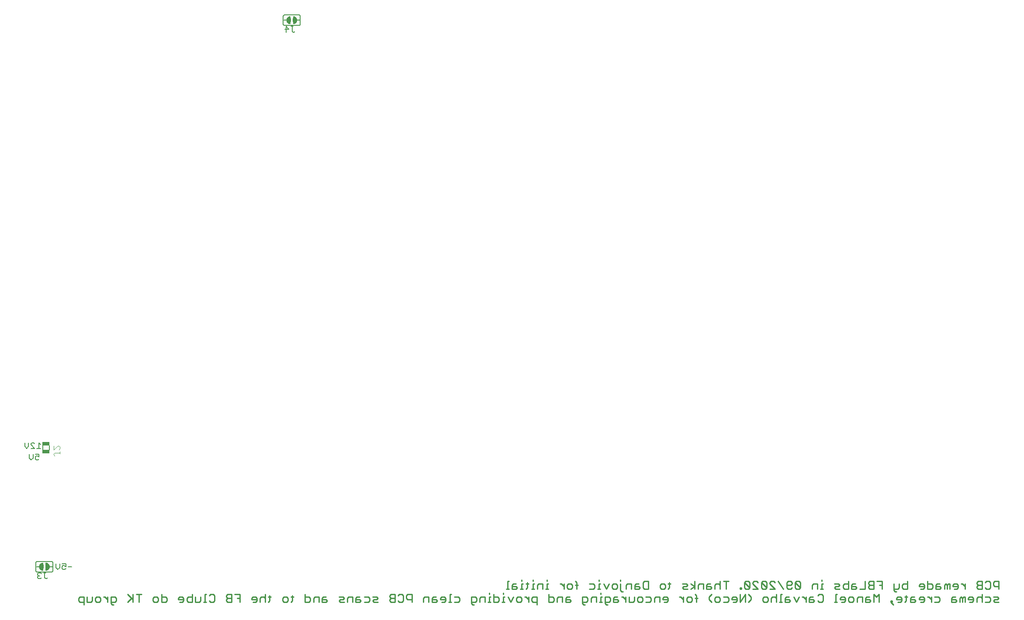
<source format=gbo>
G75*
%MOIN*%
%OFA0B0*%
%FSLAX25Y25*%
%IPPOS*%
%LPD*%
%AMOC8*
5,1,8,0,0,1.08239X$1,22.5*
%
%ADD10C,0.01000*%
%ADD11C,0.00700*%
%ADD12C,0.00600*%
%ADD13R,0.05512X0.02559*%
%ADD14C,0.00400*%
%ADD15C,0.00500*%
D10*
X0077334Y0014101D02*
X0078335Y0013100D01*
X0081338Y0013100D01*
X0081338Y0011098D02*
X0081338Y0017103D01*
X0078335Y0017103D01*
X0077334Y0016103D01*
X0077334Y0014101D01*
X0083780Y0013100D02*
X0083780Y0017103D01*
X0083780Y0013100D02*
X0086782Y0013100D01*
X0087783Y0014101D01*
X0087783Y0017103D01*
X0090225Y0016103D02*
X0091226Y0017103D01*
X0093228Y0017103D01*
X0094229Y0016103D01*
X0094229Y0014101D01*
X0093228Y0013100D01*
X0091226Y0013100D01*
X0090225Y0014101D01*
X0090225Y0016103D01*
X0096598Y0017103D02*
X0097598Y0017103D01*
X0099600Y0015102D01*
X0099600Y0017103D02*
X0099600Y0013100D01*
X0102042Y0013100D02*
X0105045Y0013100D01*
X0106046Y0014101D01*
X0106046Y0016103D01*
X0105045Y0017103D01*
X0102042Y0017103D01*
X0102042Y0012099D01*
X0103043Y0011098D01*
X0104044Y0011098D01*
X0114933Y0013100D02*
X0117936Y0016103D01*
X0118937Y0015102D02*
X0114933Y0019105D01*
X0118937Y0019105D02*
X0118937Y0013100D01*
X0123380Y0013100D02*
X0123380Y0019105D01*
X0121379Y0019105D02*
X0125382Y0019105D01*
X0134270Y0016103D02*
X0135270Y0017103D01*
X0137272Y0017103D01*
X0138273Y0016103D01*
X0138273Y0014101D01*
X0137272Y0013100D01*
X0135270Y0013100D01*
X0134270Y0014101D01*
X0134270Y0016103D01*
X0140715Y0017103D02*
X0143718Y0017103D01*
X0144719Y0016103D01*
X0144719Y0014101D01*
X0143718Y0013100D01*
X0140715Y0013100D01*
X0140715Y0019105D01*
X0153606Y0016103D02*
X0153606Y0015102D01*
X0157610Y0015102D01*
X0157610Y0016103D02*
X0156609Y0017103D01*
X0154607Y0017103D01*
X0153606Y0016103D01*
X0154607Y0013100D02*
X0156609Y0013100D01*
X0157610Y0014101D01*
X0157610Y0016103D01*
X0160052Y0016103D02*
X0161052Y0017103D01*
X0164055Y0017103D01*
X0164055Y0019105D02*
X0164055Y0013100D01*
X0161052Y0013100D01*
X0160052Y0014101D01*
X0160052Y0016103D01*
X0166497Y0017103D02*
X0166497Y0013100D01*
X0169500Y0013100D01*
X0170501Y0014101D01*
X0170501Y0017103D01*
X0173797Y0019105D02*
X0173797Y0013100D01*
X0174798Y0013100D02*
X0172796Y0013100D01*
X0177240Y0014101D02*
X0178240Y0013100D01*
X0180242Y0013100D01*
X0181243Y0014101D01*
X0181243Y0018104D01*
X0180242Y0019105D01*
X0178240Y0019105D01*
X0177240Y0018104D01*
X0174798Y0019105D02*
X0173797Y0019105D01*
X0190131Y0018104D02*
X0190131Y0017103D01*
X0191131Y0016103D01*
X0194134Y0016103D01*
X0194134Y0019105D02*
X0194134Y0013100D01*
X0191131Y0013100D01*
X0190131Y0014101D01*
X0190131Y0015102D01*
X0191131Y0016103D01*
X0190131Y0018104D02*
X0191131Y0019105D01*
X0194134Y0019105D01*
X0196576Y0019105D02*
X0200580Y0019105D01*
X0200580Y0013100D01*
X0200580Y0016103D02*
X0198578Y0016103D01*
X0209467Y0016103D02*
X0209467Y0015102D01*
X0213471Y0015102D01*
X0213471Y0016103D02*
X0212470Y0017103D01*
X0210468Y0017103D01*
X0209467Y0016103D01*
X0210468Y0013100D02*
X0212470Y0013100D01*
X0213471Y0014101D01*
X0213471Y0016103D01*
X0215913Y0016103D02*
X0215913Y0013100D01*
X0215913Y0016103D02*
X0216913Y0017103D01*
X0218915Y0017103D01*
X0219916Y0016103D01*
X0222211Y0017103D02*
X0224213Y0017103D01*
X0223212Y0018104D02*
X0223212Y0014101D01*
X0222211Y0013100D01*
X0219916Y0013100D02*
X0219916Y0019105D01*
X0233101Y0016103D02*
X0234101Y0017103D01*
X0236103Y0017103D01*
X0237104Y0016103D01*
X0237104Y0014101D01*
X0236103Y0013100D01*
X0234101Y0013100D01*
X0233101Y0014101D01*
X0233101Y0016103D01*
X0239399Y0017103D02*
X0241401Y0017103D01*
X0240400Y0018104D02*
X0240400Y0014101D01*
X0239399Y0013100D01*
X0250289Y0013100D02*
X0250289Y0019105D01*
X0250289Y0017103D02*
X0253291Y0017103D01*
X0254292Y0016103D01*
X0254292Y0014101D01*
X0253291Y0013100D01*
X0250289Y0013100D01*
X0256734Y0013100D02*
X0256734Y0016103D01*
X0257735Y0017103D01*
X0260737Y0017103D01*
X0260737Y0013100D01*
X0263180Y0013100D02*
X0266182Y0013100D01*
X0267183Y0014101D01*
X0266182Y0015102D01*
X0263180Y0015102D01*
X0263180Y0016103D02*
X0263180Y0013100D01*
X0263180Y0016103D02*
X0264180Y0017103D01*
X0266182Y0017103D01*
X0276071Y0017103D02*
X0279073Y0017103D01*
X0280074Y0016103D01*
X0279073Y0015102D01*
X0277071Y0015102D01*
X0276071Y0014101D01*
X0277071Y0013100D01*
X0280074Y0013100D01*
X0282516Y0013100D02*
X0282516Y0016103D01*
X0283517Y0017103D01*
X0286519Y0017103D01*
X0286519Y0013100D01*
X0288962Y0013100D02*
X0291964Y0013100D01*
X0292965Y0014101D01*
X0291964Y0015102D01*
X0288962Y0015102D01*
X0288962Y0016103D02*
X0288962Y0013100D01*
X0288962Y0016103D02*
X0289962Y0017103D01*
X0291964Y0017103D01*
X0295407Y0017103D02*
X0298410Y0017103D01*
X0299410Y0016103D01*
X0299410Y0014101D01*
X0298410Y0013100D01*
X0295407Y0013100D01*
X0301853Y0014101D02*
X0302853Y0015102D01*
X0304855Y0015102D01*
X0305856Y0016103D01*
X0304855Y0017103D01*
X0301853Y0017103D01*
X0301853Y0014101D02*
X0302853Y0013100D01*
X0305856Y0013100D01*
X0314744Y0014101D02*
X0315744Y0013100D01*
X0318747Y0013100D01*
X0318747Y0019105D01*
X0315744Y0019105D01*
X0314744Y0018104D01*
X0314744Y0017103D01*
X0315744Y0016103D01*
X0318747Y0016103D01*
X0315744Y0016103D02*
X0314744Y0015102D01*
X0314744Y0014101D01*
X0321189Y0014101D02*
X0322190Y0013100D01*
X0324192Y0013100D01*
X0325192Y0014101D01*
X0325192Y0018104D01*
X0324192Y0019105D01*
X0322190Y0019105D01*
X0321189Y0018104D01*
X0327635Y0018104D02*
X0327635Y0016103D01*
X0328635Y0015102D01*
X0331638Y0015102D01*
X0331638Y0013100D02*
X0331638Y0019105D01*
X0328635Y0019105D01*
X0327635Y0018104D01*
X0340526Y0016103D02*
X0340526Y0013100D01*
X0340526Y0016103D02*
X0341526Y0017103D01*
X0344529Y0017103D01*
X0344529Y0013100D01*
X0346971Y0013100D02*
X0349974Y0013100D01*
X0350974Y0014101D01*
X0349974Y0015102D01*
X0346971Y0015102D01*
X0346971Y0016103D02*
X0346971Y0013100D01*
X0346971Y0016103D02*
X0347972Y0017103D01*
X0349974Y0017103D01*
X0353417Y0016103D02*
X0354417Y0017103D01*
X0356419Y0017103D01*
X0357420Y0016103D01*
X0357420Y0014101D01*
X0356419Y0013100D01*
X0354417Y0013100D01*
X0353417Y0015102D02*
X0357420Y0015102D01*
X0359715Y0013100D02*
X0361717Y0013100D01*
X0360716Y0013100D02*
X0360716Y0019105D01*
X0361717Y0019105D01*
X0364159Y0017103D02*
X0367162Y0017103D01*
X0368162Y0016103D01*
X0368162Y0014101D01*
X0367162Y0013100D01*
X0364159Y0013100D01*
X0353417Y0015102D02*
X0353417Y0016103D01*
X0377050Y0017103D02*
X0377050Y0012099D01*
X0378051Y0011098D01*
X0379052Y0011098D01*
X0380053Y0013100D02*
X0377050Y0013100D01*
X0380053Y0013100D02*
X0381053Y0014101D01*
X0381053Y0016103D01*
X0380053Y0017103D01*
X0377050Y0017103D01*
X0383496Y0016103D02*
X0383496Y0013100D01*
X0383496Y0016103D02*
X0384496Y0017103D01*
X0387499Y0017103D01*
X0387499Y0013100D01*
X0389794Y0013100D02*
X0391796Y0013100D01*
X0390795Y0013100D02*
X0390795Y0017103D01*
X0391796Y0017103D01*
X0390795Y0019105D02*
X0390795Y0020106D01*
X0394238Y0019105D02*
X0394238Y0013100D01*
X0397241Y0013100D01*
X0398241Y0014101D01*
X0398241Y0016103D01*
X0397241Y0017103D01*
X0394238Y0017103D01*
X0401538Y0017103D02*
X0401538Y0013100D01*
X0402538Y0013100D02*
X0400537Y0013100D01*
X0401538Y0017103D02*
X0402538Y0017103D01*
X0401538Y0019105D02*
X0401538Y0020106D01*
X0403759Y0022970D02*
X0405761Y0022970D01*
X0404760Y0022970D02*
X0404760Y0028975D01*
X0405761Y0028975D01*
X0408203Y0025973D02*
X0408203Y0022970D01*
X0411206Y0022970D01*
X0412207Y0023971D01*
X0411206Y0024972D01*
X0408203Y0024972D01*
X0408203Y0025973D02*
X0409204Y0026973D01*
X0411206Y0026973D01*
X0415503Y0026973D02*
X0415503Y0022970D01*
X0416504Y0022970D02*
X0414502Y0022970D01*
X0415503Y0026973D02*
X0416504Y0026973D01*
X0415503Y0028975D02*
X0415503Y0029976D01*
X0418799Y0026973D02*
X0420801Y0026973D01*
X0419800Y0027974D02*
X0419800Y0023971D01*
X0418799Y0022970D01*
X0423096Y0022970D02*
X0425098Y0022970D01*
X0424097Y0022970D02*
X0424097Y0026973D01*
X0425098Y0026973D01*
X0424097Y0028975D02*
X0424097Y0029976D01*
X0427540Y0025973D02*
X0427540Y0022970D01*
X0427540Y0025973D02*
X0428541Y0026973D01*
X0431543Y0026973D01*
X0431543Y0022970D01*
X0433838Y0022970D02*
X0435840Y0022970D01*
X0434839Y0022970D02*
X0434839Y0026973D01*
X0435840Y0026973D01*
X0434839Y0028975D02*
X0434839Y0029976D01*
X0444654Y0026973D02*
X0445655Y0026973D01*
X0447657Y0024972D01*
X0447657Y0026973D02*
X0447657Y0022970D01*
X0450099Y0023971D02*
X0450099Y0025973D01*
X0451100Y0026973D01*
X0453102Y0026973D01*
X0454102Y0025973D01*
X0454102Y0023971D01*
X0453102Y0022970D01*
X0451100Y0022970D01*
X0450099Y0023971D01*
X0456398Y0025973D02*
X0458399Y0025973D01*
X0457399Y0027974D02*
X0457399Y0022970D01*
X0457399Y0027974D02*
X0456398Y0028975D01*
X0467287Y0026973D02*
X0470290Y0026973D01*
X0471290Y0025973D01*
X0471290Y0023971D01*
X0470290Y0022970D01*
X0467287Y0022970D01*
X0469362Y0017103D02*
X0468361Y0016103D01*
X0468361Y0013100D01*
X0465919Y0014101D02*
X0464918Y0013100D01*
X0461916Y0013100D01*
X0461916Y0012099D02*
X0461916Y0017103D01*
X0464918Y0017103D01*
X0465919Y0016103D01*
X0465919Y0014101D01*
X0463917Y0011098D02*
X0462917Y0011098D01*
X0461916Y0012099D01*
X0469362Y0017103D02*
X0472365Y0017103D01*
X0472365Y0013100D01*
X0474660Y0013100D02*
X0476662Y0013100D01*
X0475661Y0013100D02*
X0475661Y0017103D01*
X0476662Y0017103D01*
X0475661Y0019105D02*
X0475661Y0020106D01*
X0475587Y0022970D02*
X0473586Y0022970D01*
X0474587Y0022970D02*
X0474587Y0026973D01*
X0475587Y0026973D01*
X0474587Y0028975D02*
X0474587Y0029976D01*
X0478029Y0026973D02*
X0480031Y0022970D01*
X0482033Y0026973D01*
X0484475Y0025973D02*
X0485476Y0026973D01*
X0487478Y0026973D01*
X0488478Y0025973D01*
X0488478Y0023971D01*
X0487478Y0022970D01*
X0485476Y0022970D01*
X0484475Y0023971D01*
X0484475Y0025973D01*
X0490774Y0026973D02*
X0490774Y0021969D01*
X0491775Y0020968D01*
X0492775Y0020968D01*
X0495217Y0022970D02*
X0495217Y0025973D01*
X0496218Y0026973D01*
X0499221Y0026973D01*
X0499221Y0022970D01*
X0501663Y0022970D02*
X0504666Y0022970D01*
X0505666Y0023971D01*
X0504666Y0024972D01*
X0501663Y0024972D01*
X0501663Y0025973D02*
X0501663Y0022970D01*
X0501663Y0025973D02*
X0502664Y0026973D01*
X0504666Y0026973D01*
X0508108Y0027974D02*
X0509109Y0028975D01*
X0512112Y0028975D01*
X0512112Y0022970D01*
X0509109Y0022970D01*
X0508108Y0023971D01*
X0508108Y0027974D01*
X0520999Y0025973D02*
X0522000Y0026973D01*
X0524002Y0026973D01*
X0525003Y0025973D01*
X0525003Y0023971D01*
X0524002Y0022970D01*
X0522000Y0022970D01*
X0520999Y0023971D01*
X0520999Y0025973D01*
X0527298Y0026973D02*
X0529300Y0026973D01*
X0528299Y0027974D02*
X0528299Y0023971D01*
X0527298Y0022970D01*
X0526151Y0017103D02*
X0524149Y0017103D01*
X0523148Y0016103D01*
X0523148Y0015102D01*
X0527151Y0015102D01*
X0527151Y0016103D02*
X0526151Y0017103D01*
X0527151Y0016103D02*
X0527151Y0014101D01*
X0526151Y0013100D01*
X0524149Y0013100D01*
X0520706Y0013100D02*
X0520706Y0017103D01*
X0517703Y0017103D01*
X0516702Y0016103D01*
X0516702Y0013100D01*
X0514260Y0014101D02*
X0513260Y0013100D01*
X0510257Y0013100D01*
X0507815Y0014101D02*
X0506814Y0013100D01*
X0504812Y0013100D01*
X0503811Y0014101D01*
X0503811Y0016103D01*
X0504812Y0017103D01*
X0506814Y0017103D01*
X0507815Y0016103D01*
X0507815Y0014101D01*
X0510257Y0017103D02*
X0513260Y0017103D01*
X0514260Y0016103D01*
X0514260Y0014101D01*
X0501369Y0014101D02*
X0501369Y0017103D01*
X0501369Y0014101D02*
X0500369Y0013100D01*
X0497366Y0013100D01*
X0497366Y0017103D01*
X0494924Y0017103D02*
X0494924Y0013100D01*
X0494924Y0015102D02*
X0492922Y0017103D01*
X0491921Y0017103D01*
X0488552Y0017103D02*
X0486550Y0017103D01*
X0485549Y0016103D01*
X0485549Y0013100D01*
X0488552Y0013100D01*
X0489553Y0014101D01*
X0488552Y0015102D01*
X0485549Y0015102D01*
X0483107Y0016103D02*
X0483107Y0014101D01*
X0482106Y0013100D01*
X0479104Y0013100D01*
X0479104Y0012099D02*
X0479104Y0017103D01*
X0482106Y0017103D01*
X0483107Y0016103D01*
X0481105Y0011098D02*
X0480105Y0011098D01*
X0479104Y0012099D01*
X0490774Y0028975D02*
X0490774Y0029976D01*
X0452027Y0017103D02*
X0450026Y0017103D01*
X0449025Y0016103D01*
X0449025Y0013100D01*
X0452027Y0013100D01*
X0453028Y0014101D01*
X0452027Y0015102D01*
X0449025Y0015102D01*
X0446583Y0013100D02*
X0446583Y0017103D01*
X0443580Y0017103D01*
X0442579Y0016103D01*
X0442579Y0013100D01*
X0440137Y0014101D02*
X0440137Y0016103D01*
X0439136Y0017103D01*
X0436134Y0017103D01*
X0436134Y0019105D02*
X0436134Y0013100D01*
X0439136Y0013100D01*
X0440137Y0014101D01*
X0427246Y0013100D02*
X0424244Y0013100D01*
X0423243Y0014101D01*
X0423243Y0016103D01*
X0424244Y0017103D01*
X0427246Y0017103D01*
X0427246Y0011098D01*
X0420801Y0013100D02*
X0420801Y0017103D01*
X0420801Y0015102D02*
X0418799Y0017103D01*
X0417798Y0017103D01*
X0415429Y0016103D02*
X0414429Y0017103D01*
X0412427Y0017103D01*
X0411426Y0016103D01*
X0411426Y0014101D01*
X0412427Y0013100D01*
X0414429Y0013100D01*
X0415429Y0014101D01*
X0415429Y0016103D01*
X0408984Y0017103D02*
X0406982Y0013100D01*
X0404980Y0017103D01*
X0535966Y0017103D02*
X0536966Y0017103D01*
X0538968Y0015102D01*
X0538968Y0017103D02*
X0538968Y0013100D01*
X0541410Y0014101D02*
X0541410Y0016103D01*
X0542411Y0017103D01*
X0544413Y0017103D01*
X0545414Y0016103D01*
X0545414Y0014101D01*
X0544413Y0013100D01*
X0542411Y0013100D01*
X0541410Y0014101D01*
X0547709Y0016103D02*
X0549711Y0016103D01*
X0548710Y0018104D02*
X0548710Y0013100D01*
X0548710Y0018104D02*
X0547709Y0019105D01*
X0547562Y0022970D02*
X0547562Y0028975D01*
X0544560Y0026973D02*
X0547562Y0024972D01*
X0544560Y0022970D01*
X0542191Y0022970D02*
X0539188Y0022970D01*
X0538187Y0023971D01*
X0539188Y0024972D01*
X0541190Y0024972D01*
X0542191Y0025973D01*
X0541190Y0026973D01*
X0538187Y0026973D01*
X0550004Y0025973D02*
X0550004Y0022970D01*
X0550004Y0025973D02*
X0551005Y0026973D01*
X0554008Y0026973D01*
X0554008Y0022970D01*
X0556450Y0022970D02*
X0559452Y0022970D01*
X0560453Y0023971D01*
X0559452Y0024972D01*
X0556450Y0024972D01*
X0556450Y0025973D02*
X0556450Y0022970D01*
X0556450Y0025973D02*
X0557451Y0026973D01*
X0559452Y0026973D01*
X0562895Y0025973D02*
X0562895Y0022970D01*
X0562895Y0025973D02*
X0563896Y0026973D01*
X0565898Y0026973D01*
X0566899Y0025973D01*
X0566899Y0028975D02*
X0566899Y0022970D01*
X0571342Y0022970D02*
X0571342Y0028975D01*
X0569341Y0028975D02*
X0573344Y0028975D01*
X0582011Y0023971D02*
X0582011Y0022970D01*
X0583012Y0022970D01*
X0583012Y0023971D01*
X0582011Y0023971D01*
X0585454Y0023971D02*
X0585454Y0027974D01*
X0589458Y0023971D01*
X0588457Y0022970D01*
X0586455Y0022970D01*
X0585454Y0023971D01*
X0585454Y0027974D02*
X0586455Y0028975D01*
X0588457Y0028975D01*
X0589458Y0027974D01*
X0589458Y0023971D01*
X0591900Y0022970D02*
X0595903Y0022970D01*
X0591900Y0026973D01*
X0591900Y0027974D01*
X0592901Y0028975D01*
X0594902Y0028975D01*
X0595903Y0027974D01*
X0598345Y0027974D02*
X0602349Y0023971D01*
X0601348Y0022970D01*
X0599346Y0022970D01*
X0598345Y0023971D01*
X0598345Y0027974D01*
X0599346Y0028975D01*
X0601348Y0028975D01*
X0602349Y0027974D01*
X0602349Y0023971D01*
X0604791Y0022970D02*
X0608794Y0022970D01*
X0604791Y0026973D01*
X0604791Y0027974D01*
X0605792Y0028975D01*
X0607793Y0028975D01*
X0608794Y0027974D01*
X0611236Y0028975D02*
X0615240Y0022970D01*
X0617682Y0023971D02*
X0617682Y0027974D01*
X0618683Y0028975D01*
X0620684Y0028975D01*
X0621685Y0027974D01*
X0621685Y0026973D01*
X0620684Y0025973D01*
X0617682Y0025973D01*
X0617682Y0023971D02*
X0618683Y0022970D01*
X0620684Y0022970D01*
X0621685Y0023971D01*
X0624127Y0023971D02*
X0625128Y0022970D01*
X0627130Y0022970D01*
X0628131Y0023971D01*
X0624127Y0027974D01*
X0624127Y0023971D01*
X0624127Y0027974D02*
X0625128Y0028975D01*
X0627130Y0028975D01*
X0628131Y0027974D01*
X0628131Y0023971D01*
X0627057Y0017103D02*
X0625055Y0013100D01*
X0623053Y0017103D01*
X0619610Y0017103D02*
X0617609Y0017103D01*
X0616608Y0016103D01*
X0616608Y0013100D01*
X0619610Y0013100D01*
X0620611Y0014101D01*
X0619610Y0015102D01*
X0616608Y0015102D01*
X0614166Y0013100D02*
X0612164Y0013100D01*
X0613165Y0013100D02*
X0613165Y0019105D01*
X0614166Y0019105D01*
X0609869Y0019105D02*
X0609869Y0013100D01*
X0609869Y0016103D02*
X0608868Y0017103D01*
X0606866Y0017103D01*
X0605865Y0016103D01*
X0605865Y0013100D01*
X0603423Y0014101D02*
X0602422Y0013100D01*
X0600421Y0013100D01*
X0599420Y0014101D01*
X0599420Y0016103D01*
X0600421Y0017103D01*
X0602422Y0017103D01*
X0603423Y0016103D01*
X0603423Y0014101D01*
X0590532Y0015102D02*
X0590532Y0017103D01*
X0588530Y0019105D01*
X0586235Y0019105D02*
X0582232Y0013100D01*
X0582232Y0019105D01*
X0579790Y0016103D02*
X0578789Y0017103D01*
X0576787Y0017103D01*
X0575786Y0016103D01*
X0575786Y0015102D01*
X0579790Y0015102D01*
X0579790Y0014101D02*
X0579790Y0016103D01*
X0579790Y0014101D02*
X0578789Y0013100D01*
X0576787Y0013100D01*
X0573344Y0014101D02*
X0572343Y0013100D01*
X0569341Y0013100D01*
X0566899Y0014101D02*
X0565898Y0013100D01*
X0563896Y0013100D01*
X0562895Y0014101D01*
X0562895Y0016103D01*
X0563896Y0017103D01*
X0565898Y0017103D01*
X0566899Y0016103D01*
X0566899Y0014101D01*
X0569341Y0017103D02*
X0572343Y0017103D01*
X0573344Y0016103D01*
X0573344Y0014101D01*
X0560453Y0013100D02*
X0558451Y0015102D01*
X0558451Y0017103D01*
X0560453Y0019105D01*
X0586235Y0019105D02*
X0586235Y0013100D01*
X0588530Y0013100D02*
X0590532Y0015102D01*
X0629425Y0017103D02*
X0630426Y0017103D01*
X0632428Y0015102D01*
X0632428Y0017103D02*
X0632428Y0013100D01*
X0634870Y0013100D02*
X0637872Y0013100D01*
X0638873Y0014101D01*
X0637872Y0015102D01*
X0634870Y0015102D01*
X0634870Y0016103D02*
X0634870Y0013100D01*
X0634870Y0016103D02*
X0635871Y0017103D01*
X0637872Y0017103D01*
X0641315Y0018104D02*
X0642316Y0019105D01*
X0644318Y0019105D01*
X0645319Y0018104D01*
X0645319Y0014101D01*
X0644318Y0013100D01*
X0642316Y0013100D01*
X0641315Y0014101D01*
X0654060Y0013100D02*
X0656061Y0013100D01*
X0655060Y0013100D02*
X0655060Y0019105D01*
X0656061Y0019105D01*
X0658503Y0016103D02*
X0659504Y0017103D01*
X0661506Y0017103D01*
X0662507Y0016103D01*
X0662507Y0014101D01*
X0661506Y0013100D01*
X0659504Y0013100D01*
X0658503Y0015102D02*
X0662507Y0015102D01*
X0664949Y0016103D02*
X0665950Y0017103D01*
X0667951Y0017103D01*
X0668952Y0016103D01*
X0668952Y0014101D01*
X0667951Y0013100D01*
X0665950Y0013100D01*
X0664949Y0014101D01*
X0664949Y0016103D01*
X0671394Y0016103D02*
X0671394Y0013100D01*
X0671394Y0016103D02*
X0672395Y0017103D01*
X0675398Y0017103D01*
X0675398Y0013100D01*
X0677840Y0013100D02*
X0680842Y0013100D01*
X0681843Y0014101D01*
X0680842Y0015102D01*
X0677840Y0015102D01*
X0677840Y0016103D02*
X0677840Y0013100D01*
X0677840Y0016103D02*
X0678841Y0017103D01*
X0680842Y0017103D01*
X0684285Y0019105D02*
X0684285Y0013100D01*
X0688289Y0013100D02*
X0688289Y0019105D01*
X0686287Y0017103D01*
X0684285Y0019105D01*
X0683992Y0022970D02*
X0680989Y0022970D01*
X0679988Y0023971D01*
X0679988Y0024972D01*
X0680989Y0025973D01*
X0683992Y0025973D01*
X0683992Y0028975D02*
X0683992Y0022970D01*
X0680989Y0025973D02*
X0679988Y0026973D01*
X0679988Y0027974D01*
X0680989Y0028975D01*
X0683992Y0028975D01*
X0686434Y0028975D02*
X0690437Y0028975D01*
X0690437Y0022970D01*
X0690437Y0025973D02*
X0688436Y0025973D01*
X0677546Y0028975D02*
X0677546Y0022970D01*
X0673543Y0022970D01*
X0671101Y0023971D02*
X0670100Y0024972D01*
X0667097Y0024972D01*
X0667097Y0025973D02*
X0667097Y0022970D01*
X0670100Y0022970D01*
X0671101Y0023971D01*
X0670100Y0026973D02*
X0668098Y0026973D01*
X0667097Y0025973D01*
X0664655Y0026973D02*
X0661653Y0026973D01*
X0660652Y0025973D01*
X0660652Y0023971D01*
X0661653Y0022970D01*
X0664655Y0022970D01*
X0664655Y0028975D01*
X0658210Y0025973D02*
X0657209Y0026973D01*
X0654206Y0026973D01*
X0655207Y0024972D02*
X0654206Y0023971D01*
X0655207Y0022970D01*
X0658210Y0022970D01*
X0657209Y0024972D02*
X0658210Y0025973D01*
X0657209Y0024972D02*
X0655207Y0024972D01*
X0658503Y0016103D02*
X0658503Y0015102D01*
X0645319Y0022970D02*
X0643317Y0022970D01*
X0644318Y0022970D02*
X0644318Y0026973D01*
X0645319Y0026973D01*
X0644318Y0028975D02*
X0644318Y0029976D01*
X0641022Y0026973D02*
X0638019Y0026973D01*
X0637018Y0025973D01*
X0637018Y0022970D01*
X0641022Y0022970D02*
X0641022Y0026973D01*
X0697030Y0014101D02*
X0698030Y0014101D01*
X0698030Y0013100D01*
X0697030Y0013100D01*
X0697030Y0014101D01*
X0697030Y0013100D02*
X0699031Y0011098D01*
X0702474Y0013100D02*
X0704476Y0013100D01*
X0705477Y0014101D01*
X0705477Y0016103D01*
X0704476Y0017103D01*
X0702474Y0017103D01*
X0701473Y0016103D01*
X0701473Y0015102D01*
X0705477Y0015102D01*
X0707772Y0017103D02*
X0709774Y0017103D01*
X0708773Y0018104D02*
X0708773Y0014101D01*
X0707772Y0013100D01*
X0712216Y0013100D02*
X0715218Y0013100D01*
X0716219Y0014101D01*
X0715218Y0015102D01*
X0712216Y0015102D01*
X0712216Y0016103D02*
X0712216Y0013100D01*
X0712216Y0016103D02*
X0713217Y0017103D01*
X0715218Y0017103D01*
X0718661Y0016103D02*
X0718661Y0015102D01*
X0722665Y0015102D01*
X0722665Y0016103D02*
X0721664Y0017103D01*
X0719662Y0017103D01*
X0718661Y0016103D01*
X0719662Y0013100D02*
X0721664Y0013100D01*
X0722665Y0014101D01*
X0722665Y0016103D01*
X0725033Y0017103D02*
X0726034Y0017103D01*
X0728036Y0015102D01*
X0728036Y0017103D02*
X0728036Y0013100D01*
X0730478Y0013100D02*
X0733481Y0013100D01*
X0734482Y0014101D01*
X0734482Y0016103D01*
X0733481Y0017103D01*
X0730478Y0017103D01*
X0731552Y0022970D02*
X0734555Y0022970D01*
X0735556Y0023971D01*
X0734555Y0024972D01*
X0731552Y0024972D01*
X0731552Y0025973D02*
X0731552Y0022970D01*
X0729110Y0023971D02*
X0729110Y0025973D01*
X0728109Y0026973D01*
X0725107Y0026973D01*
X0725107Y0028975D02*
X0725107Y0022970D01*
X0728109Y0022970D01*
X0729110Y0023971D01*
X0731552Y0025973D02*
X0732553Y0026973D01*
X0734555Y0026973D01*
X0737998Y0025973D02*
X0737998Y0022970D01*
X0740000Y0022970D02*
X0740000Y0025973D01*
X0738999Y0026973D01*
X0737998Y0025973D01*
X0740000Y0025973D02*
X0741000Y0026973D01*
X0742001Y0026973D01*
X0742001Y0022970D01*
X0744443Y0024972D02*
X0748447Y0024972D01*
X0748447Y0025973D02*
X0747446Y0026973D01*
X0745444Y0026973D01*
X0744443Y0025973D01*
X0744443Y0024972D01*
X0745444Y0022970D02*
X0747446Y0022970D01*
X0748447Y0023971D01*
X0748447Y0025973D01*
X0750815Y0026973D02*
X0751816Y0026973D01*
X0753818Y0024972D01*
X0753818Y0026973D02*
X0753818Y0022970D01*
X0753818Y0017103D02*
X0752817Y0017103D01*
X0751816Y0016103D01*
X0750815Y0017103D01*
X0749815Y0016103D01*
X0749815Y0013100D01*
X0751816Y0013100D02*
X0751816Y0016103D01*
X0753818Y0017103D02*
X0753818Y0013100D01*
X0756260Y0015102D02*
X0760264Y0015102D01*
X0760264Y0016103D02*
X0759263Y0017103D01*
X0757261Y0017103D01*
X0756260Y0016103D01*
X0756260Y0015102D01*
X0757261Y0013100D02*
X0759263Y0013100D01*
X0760264Y0014101D01*
X0760264Y0016103D01*
X0762706Y0016103D02*
X0762706Y0013100D01*
X0762706Y0016103D02*
X0763706Y0017103D01*
X0765708Y0017103D01*
X0766709Y0016103D01*
X0769151Y0017103D02*
X0772154Y0017103D01*
X0773155Y0016103D01*
X0773155Y0014101D01*
X0772154Y0013100D01*
X0769151Y0013100D01*
X0766709Y0013100D02*
X0766709Y0019105D01*
X0766709Y0022970D02*
X0763706Y0022970D01*
X0762706Y0023971D01*
X0762706Y0024972D01*
X0763706Y0025973D01*
X0766709Y0025973D01*
X0766709Y0028975D02*
X0766709Y0022970D01*
X0769151Y0023971D02*
X0770152Y0022970D01*
X0772154Y0022970D01*
X0773155Y0023971D01*
X0773155Y0027974D01*
X0772154Y0028975D01*
X0770152Y0028975D01*
X0769151Y0027974D01*
X0766709Y0028975D02*
X0763706Y0028975D01*
X0762706Y0027974D01*
X0762706Y0026973D01*
X0763706Y0025973D01*
X0775597Y0025973D02*
X0775597Y0027974D01*
X0776597Y0028975D01*
X0779600Y0028975D01*
X0779600Y0022970D01*
X0779600Y0024972D02*
X0776597Y0024972D01*
X0775597Y0025973D01*
X0775597Y0017103D02*
X0778599Y0017103D01*
X0779600Y0016103D01*
X0778599Y0015102D01*
X0776597Y0015102D01*
X0775597Y0014101D01*
X0776597Y0013100D01*
X0779600Y0013100D01*
X0747373Y0014101D02*
X0746372Y0015102D01*
X0743369Y0015102D01*
X0743369Y0016103D02*
X0743369Y0013100D01*
X0746372Y0013100D01*
X0747373Y0014101D01*
X0746372Y0017103D02*
X0744370Y0017103D01*
X0743369Y0016103D01*
X0722665Y0023971D02*
X0722665Y0025973D01*
X0721664Y0026973D01*
X0719662Y0026973D01*
X0718661Y0025973D01*
X0718661Y0024972D01*
X0722665Y0024972D01*
X0722665Y0023971D02*
X0721664Y0022970D01*
X0719662Y0022970D01*
X0709774Y0022970D02*
X0709774Y0028975D01*
X0709774Y0026973D02*
X0706771Y0026973D01*
X0705770Y0025973D01*
X0705770Y0023971D01*
X0706771Y0022970D01*
X0709774Y0022970D01*
X0703328Y0023971D02*
X0702327Y0022970D01*
X0699325Y0022970D01*
X0699325Y0021969D02*
X0700326Y0020968D01*
X0701327Y0020968D01*
X0699325Y0021969D02*
X0699325Y0026973D01*
X0703328Y0026973D02*
X0703328Y0023971D01*
D11*
X0072250Y0040102D02*
X0069381Y0040102D01*
X0067646Y0040102D02*
X0066212Y0040819D01*
X0065494Y0040819D01*
X0064777Y0040102D01*
X0064777Y0038667D01*
X0065494Y0037950D01*
X0066929Y0037950D01*
X0067646Y0038667D01*
X0067646Y0040102D02*
X0067646Y0042254D01*
X0064777Y0042254D01*
X0063042Y0042254D02*
X0063042Y0039385D01*
X0061608Y0037950D01*
X0060173Y0039385D01*
X0060173Y0042254D01*
X0046533Y0121700D02*
X0047250Y0122417D01*
X0046533Y0121700D02*
X0045098Y0121700D01*
X0044381Y0122417D01*
X0044381Y0123852D01*
X0045098Y0124569D01*
X0045815Y0124569D01*
X0047250Y0123852D01*
X0047250Y0126004D01*
X0044381Y0126004D01*
X0042646Y0126004D02*
X0042646Y0123135D01*
X0041212Y0121700D01*
X0039777Y0123135D01*
X0039777Y0126004D01*
X0041027Y0130450D02*
X0043896Y0130450D01*
X0041027Y0133319D01*
X0041027Y0134036D01*
X0041744Y0134754D01*
X0043179Y0134754D01*
X0043896Y0134036D01*
X0047065Y0134754D02*
X0047065Y0130450D01*
X0045631Y0130450D02*
X0048500Y0130450D01*
X0048500Y0133319D02*
X0047065Y0134754D01*
X0039292Y0134754D02*
X0039292Y0131885D01*
X0037858Y0130450D01*
X0036423Y0131885D01*
X0036423Y0134754D01*
D12*
X0050100Y0132561D02*
X0050100Y0129332D01*
X0055100Y0129332D02*
X0055100Y0132561D01*
X0056850Y0044100D02*
X0045850Y0044100D01*
X0045790Y0044098D01*
X0045729Y0044093D01*
X0045670Y0044084D01*
X0045611Y0044071D01*
X0045552Y0044055D01*
X0045495Y0044035D01*
X0045440Y0044012D01*
X0045385Y0043985D01*
X0045333Y0043956D01*
X0045282Y0043923D01*
X0045233Y0043887D01*
X0045187Y0043849D01*
X0045143Y0043807D01*
X0045101Y0043763D01*
X0045063Y0043717D01*
X0045027Y0043668D01*
X0044994Y0043617D01*
X0044965Y0043565D01*
X0044938Y0043510D01*
X0044915Y0043455D01*
X0044895Y0043398D01*
X0044879Y0043339D01*
X0044866Y0043280D01*
X0044857Y0043221D01*
X0044852Y0043160D01*
X0044850Y0043100D01*
X0044850Y0037100D01*
X0044852Y0037040D01*
X0044857Y0036979D01*
X0044866Y0036920D01*
X0044879Y0036861D01*
X0044895Y0036802D01*
X0044915Y0036745D01*
X0044938Y0036690D01*
X0044965Y0036635D01*
X0044994Y0036583D01*
X0045027Y0036532D01*
X0045063Y0036483D01*
X0045101Y0036437D01*
X0045143Y0036393D01*
X0045187Y0036351D01*
X0045233Y0036313D01*
X0045282Y0036277D01*
X0045333Y0036244D01*
X0045385Y0036215D01*
X0045440Y0036188D01*
X0045495Y0036165D01*
X0045552Y0036145D01*
X0045611Y0036129D01*
X0045670Y0036116D01*
X0045729Y0036107D01*
X0045790Y0036102D01*
X0045850Y0036100D01*
X0056850Y0036100D01*
X0056910Y0036102D01*
X0056971Y0036107D01*
X0057030Y0036116D01*
X0057089Y0036129D01*
X0057148Y0036145D01*
X0057205Y0036165D01*
X0057260Y0036188D01*
X0057315Y0036215D01*
X0057367Y0036244D01*
X0057418Y0036277D01*
X0057467Y0036313D01*
X0057513Y0036351D01*
X0057557Y0036393D01*
X0057599Y0036437D01*
X0057637Y0036483D01*
X0057673Y0036532D01*
X0057706Y0036583D01*
X0057735Y0036635D01*
X0057762Y0036690D01*
X0057785Y0036745D01*
X0057805Y0036802D01*
X0057821Y0036861D01*
X0057834Y0036920D01*
X0057843Y0036979D01*
X0057848Y0037040D01*
X0057850Y0037100D01*
X0057850Y0043100D01*
X0057848Y0043160D01*
X0057843Y0043221D01*
X0057834Y0043280D01*
X0057821Y0043339D01*
X0057805Y0043398D01*
X0057785Y0043455D01*
X0057762Y0043510D01*
X0057735Y0043565D01*
X0057706Y0043617D01*
X0057673Y0043668D01*
X0057637Y0043717D01*
X0057599Y0043763D01*
X0057557Y0043807D01*
X0057513Y0043849D01*
X0057467Y0043887D01*
X0057418Y0043923D01*
X0057367Y0043956D01*
X0057315Y0043985D01*
X0057260Y0044012D01*
X0057205Y0044035D01*
X0057148Y0044055D01*
X0057089Y0044071D01*
X0057030Y0044084D01*
X0056971Y0044093D01*
X0056910Y0044098D01*
X0056850Y0044100D01*
X0057350Y0040100D02*
X0055350Y0040100D01*
X0047350Y0040100D02*
X0045350Y0040100D01*
X0234600Y0453600D02*
X0245600Y0453600D01*
X0245660Y0453602D01*
X0245721Y0453607D01*
X0245780Y0453616D01*
X0245839Y0453629D01*
X0245898Y0453645D01*
X0245955Y0453665D01*
X0246010Y0453688D01*
X0246065Y0453715D01*
X0246117Y0453744D01*
X0246168Y0453777D01*
X0246217Y0453813D01*
X0246263Y0453851D01*
X0246307Y0453893D01*
X0246349Y0453937D01*
X0246387Y0453983D01*
X0246423Y0454032D01*
X0246456Y0454083D01*
X0246485Y0454135D01*
X0246512Y0454190D01*
X0246535Y0454245D01*
X0246555Y0454302D01*
X0246571Y0454361D01*
X0246584Y0454420D01*
X0246593Y0454479D01*
X0246598Y0454540D01*
X0246600Y0454600D01*
X0246600Y0460600D01*
X0246598Y0460660D01*
X0246593Y0460721D01*
X0246584Y0460780D01*
X0246571Y0460839D01*
X0246555Y0460898D01*
X0246535Y0460955D01*
X0246512Y0461010D01*
X0246485Y0461065D01*
X0246456Y0461117D01*
X0246423Y0461168D01*
X0246387Y0461217D01*
X0246349Y0461263D01*
X0246307Y0461307D01*
X0246263Y0461349D01*
X0246217Y0461387D01*
X0246168Y0461423D01*
X0246117Y0461456D01*
X0246065Y0461485D01*
X0246010Y0461512D01*
X0245955Y0461535D01*
X0245898Y0461555D01*
X0245839Y0461571D01*
X0245780Y0461584D01*
X0245721Y0461593D01*
X0245660Y0461598D01*
X0245600Y0461600D01*
X0234600Y0461600D01*
X0234540Y0461598D01*
X0234479Y0461593D01*
X0234420Y0461584D01*
X0234361Y0461571D01*
X0234302Y0461555D01*
X0234245Y0461535D01*
X0234190Y0461512D01*
X0234135Y0461485D01*
X0234083Y0461456D01*
X0234032Y0461423D01*
X0233983Y0461387D01*
X0233937Y0461349D01*
X0233893Y0461307D01*
X0233851Y0461263D01*
X0233813Y0461217D01*
X0233777Y0461168D01*
X0233744Y0461117D01*
X0233715Y0461065D01*
X0233688Y0461010D01*
X0233665Y0460955D01*
X0233645Y0460898D01*
X0233629Y0460839D01*
X0233616Y0460780D01*
X0233607Y0460721D01*
X0233602Y0460660D01*
X0233600Y0460600D01*
X0233600Y0454600D01*
X0233602Y0454540D01*
X0233607Y0454479D01*
X0233616Y0454420D01*
X0233629Y0454361D01*
X0233645Y0454302D01*
X0233665Y0454245D01*
X0233688Y0454190D01*
X0233715Y0454135D01*
X0233744Y0454083D01*
X0233777Y0454032D01*
X0233813Y0453983D01*
X0233851Y0453937D01*
X0233893Y0453893D01*
X0233937Y0453851D01*
X0233983Y0453813D01*
X0234032Y0453777D01*
X0234083Y0453744D01*
X0234135Y0453715D01*
X0234190Y0453688D01*
X0234245Y0453665D01*
X0234302Y0453645D01*
X0234361Y0453629D01*
X0234420Y0453616D01*
X0234479Y0453607D01*
X0234540Y0453602D01*
X0234600Y0453600D01*
X0234100Y0457600D02*
X0236100Y0457600D01*
X0244100Y0457600D02*
X0246100Y0457600D01*
D13*
X0052606Y0133826D03*
X0052606Y0128026D03*
D14*
X0058493Y0129404D02*
X0061562Y0132473D01*
X0062330Y0132473D01*
X0063097Y0131706D01*
X0063097Y0130171D01*
X0062330Y0129404D01*
X0063097Y0127869D02*
X0063097Y0126335D01*
X0063097Y0127102D02*
X0059260Y0127102D01*
X0058493Y0126335D01*
X0058493Y0125567D01*
X0059260Y0124800D01*
X0058493Y0129404D02*
X0058493Y0132473D01*
D15*
X0046201Y0031601D02*
X0046952Y0030850D01*
X0048453Y0030850D01*
X0049204Y0031601D01*
X0047703Y0033102D02*
X0046952Y0033102D01*
X0046201Y0032351D01*
X0046201Y0031601D01*
X0046952Y0033102D02*
X0046201Y0033853D01*
X0046201Y0034603D01*
X0046952Y0035354D01*
X0048453Y0035354D01*
X0049204Y0034603D01*
X0050805Y0035354D02*
X0052307Y0035354D01*
X0051556Y0035354D02*
X0051556Y0031601D01*
X0052307Y0030850D01*
X0053057Y0030850D01*
X0053808Y0031601D01*
X0052599Y0037362D02*
X0052351Y0040100D01*
X0052351Y0040100D01*
X0052599Y0042838D01*
X0052600Y0042839D01*
X0052703Y0042827D01*
X0052807Y0042812D01*
X0052909Y0042793D01*
X0053011Y0042769D01*
X0053112Y0042742D01*
X0053211Y0042712D01*
X0053310Y0042677D01*
X0053407Y0042639D01*
X0053502Y0042597D01*
X0053596Y0042551D01*
X0053688Y0042502D01*
X0053779Y0042450D01*
X0053867Y0042394D01*
X0053953Y0042335D01*
X0054036Y0042272D01*
X0054117Y0042207D01*
X0054196Y0042138D01*
X0054272Y0042067D01*
X0054345Y0041992D01*
X0054416Y0041915D01*
X0054483Y0041836D01*
X0054547Y0041753D01*
X0054609Y0041669D01*
X0054666Y0041582D01*
X0054721Y0041493D01*
X0054772Y0041402D01*
X0054820Y0041309D01*
X0054864Y0041215D01*
X0054904Y0041119D01*
X0054941Y0041021D01*
X0054974Y0040922D01*
X0055004Y0040822D01*
X0055029Y0040721D01*
X0055051Y0040619D01*
X0055068Y0040516D01*
X0055082Y0040412D01*
X0055092Y0040309D01*
X0055098Y0040204D01*
X0055100Y0040100D01*
X0055098Y0039996D01*
X0055092Y0039891D01*
X0055082Y0039788D01*
X0055068Y0039684D01*
X0055051Y0039581D01*
X0055029Y0039479D01*
X0055004Y0039378D01*
X0054974Y0039278D01*
X0054941Y0039179D01*
X0054904Y0039081D01*
X0054864Y0038985D01*
X0054820Y0038891D01*
X0054772Y0038798D01*
X0054721Y0038707D01*
X0054666Y0038618D01*
X0054609Y0038531D01*
X0054547Y0038447D01*
X0054483Y0038364D01*
X0054416Y0038285D01*
X0054345Y0038208D01*
X0054272Y0038133D01*
X0054196Y0038062D01*
X0054117Y0037993D01*
X0054036Y0037928D01*
X0053953Y0037865D01*
X0053867Y0037806D01*
X0053779Y0037750D01*
X0053688Y0037698D01*
X0053596Y0037649D01*
X0053502Y0037603D01*
X0053407Y0037561D01*
X0053310Y0037523D01*
X0053211Y0037488D01*
X0053112Y0037458D01*
X0053011Y0037431D01*
X0052909Y0037407D01*
X0052807Y0037388D01*
X0052703Y0037373D01*
X0052600Y0037361D01*
X0052599Y0037838D01*
X0052694Y0037850D01*
X0052787Y0037866D01*
X0052880Y0037887D01*
X0052972Y0037911D01*
X0053063Y0037939D01*
X0053152Y0037970D01*
X0053241Y0038005D01*
X0053327Y0038044D01*
X0053412Y0038087D01*
X0053495Y0038133D01*
X0053576Y0038183D01*
X0053655Y0038235D01*
X0053732Y0038292D01*
X0053806Y0038351D01*
X0053878Y0038413D01*
X0053947Y0038478D01*
X0054013Y0038546D01*
X0054077Y0038617D01*
X0054137Y0038690D01*
X0054194Y0038766D01*
X0054248Y0038844D01*
X0054299Y0038925D01*
X0054346Y0039007D01*
X0054390Y0039091D01*
X0054431Y0039177D01*
X0054467Y0039265D01*
X0054500Y0039354D01*
X0054530Y0039444D01*
X0054555Y0039536D01*
X0054577Y0039628D01*
X0054594Y0039722D01*
X0054608Y0039816D01*
X0054618Y0039910D01*
X0054624Y0040005D01*
X0054626Y0040100D01*
X0054624Y0040195D01*
X0054618Y0040290D01*
X0054608Y0040384D01*
X0054594Y0040478D01*
X0054577Y0040572D01*
X0054555Y0040664D01*
X0054530Y0040756D01*
X0054500Y0040846D01*
X0054467Y0040935D01*
X0054431Y0041023D01*
X0054390Y0041109D01*
X0054346Y0041193D01*
X0054299Y0041275D01*
X0054248Y0041356D01*
X0054194Y0041434D01*
X0054137Y0041510D01*
X0054077Y0041583D01*
X0054013Y0041654D01*
X0053947Y0041722D01*
X0053878Y0041787D01*
X0053806Y0041849D01*
X0053732Y0041908D01*
X0053655Y0041965D01*
X0053576Y0042017D01*
X0053495Y0042067D01*
X0053412Y0042113D01*
X0053327Y0042156D01*
X0053241Y0042195D01*
X0053152Y0042230D01*
X0053063Y0042261D01*
X0052972Y0042289D01*
X0052880Y0042313D01*
X0052787Y0042334D01*
X0052694Y0042350D01*
X0052599Y0042362D01*
X0052599Y0041885D01*
X0052681Y0041871D01*
X0052763Y0041854D01*
X0052843Y0041833D01*
X0052923Y0041809D01*
X0053001Y0041780D01*
X0053078Y0041748D01*
X0053153Y0041713D01*
X0053227Y0041674D01*
X0053299Y0041632D01*
X0053369Y0041587D01*
X0053436Y0041538D01*
X0053501Y0041486D01*
X0053564Y0041432D01*
X0053624Y0041374D01*
X0053682Y0041314D01*
X0053736Y0041251D01*
X0053788Y0041186D01*
X0053837Y0041118D01*
X0053882Y0041049D01*
X0053924Y0040977D01*
X0053963Y0040903D01*
X0053998Y0040828D01*
X0054030Y0040751D01*
X0054059Y0040673D01*
X0054083Y0040593D01*
X0054104Y0040513D01*
X0054121Y0040431D01*
X0054135Y0040349D01*
X0054144Y0040266D01*
X0054150Y0040183D01*
X0054152Y0040100D01*
X0054150Y0040017D01*
X0054144Y0039934D01*
X0054135Y0039851D01*
X0054121Y0039769D01*
X0054104Y0039687D01*
X0054083Y0039607D01*
X0054059Y0039527D01*
X0054030Y0039449D01*
X0053998Y0039372D01*
X0053963Y0039297D01*
X0053924Y0039223D01*
X0053882Y0039151D01*
X0053837Y0039082D01*
X0053788Y0039014D01*
X0053736Y0038949D01*
X0053682Y0038886D01*
X0053624Y0038826D01*
X0053564Y0038768D01*
X0053501Y0038714D01*
X0053436Y0038662D01*
X0053369Y0038613D01*
X0053299Y0038568D01*
X0053227Y0038526D01*
X0053153Y0038487D01*
X0053078Y0038452D01*
X0053001Y0038420D01*
X0052923Y0038391D01*
X0052843Y0038367D01*
X0052763Y0038346D01*
X0052681Y0038329D01*
X0052599Y0038315D01*
X0052599Y0038795D01*
X0052669Y0038811D01*
X0052738Y0038830D01*
X0052806Y0038853D01*
X0052873Y0038879D01*
X0052939Y0038910D01*
X0053002Y0038943D01*
X0053064Y0038980D01*
X0053124Y0039021D01*
X0053181Y0039064D01*
X0053236Y0039111D01*
X0053288Y0039160D01*
X0053338Y0039212D01*
X0053385Y0039267D01*
X0053428Y0039325D01*
X0053469Y0039384D01*
X0053506Y0039446D01*
X0053539Y0039509D01*
X0053570Y0039575D01*
X0053596Y0039642D01*
X0053619Y0039710D01*
X0053639Y0039779D01*
X0053654Y0039850D01*
X0053666Y0039921D01*
X0053674Y0039992D01*
X0053678Y0040064D01*
X0053678Y0040136D01*
X0053674Y0040208D01*
X0053666Y0040279D01*
X0053654Y0040350D01*
X0053639Y0040421D01*
X0053619Y0040490D01*
X0053596Y0040558D01*
X0053570Y0040625D01*
X0053539Y0040691D01*
X0053506Y0040754D01*
X0053469Y0040816D01*
X0053428Y0040875D01*
X0053385Y0040933D01*
X0053338Y0040988D01*
X0053288Y0041040D01*
X0053236Y0041089D01*
X0053181Y0041136D01*
X0053124Y0041179D01*
X0053064Y0041220D01*
X0053002Y0041257D01*
X0052939Y0041290D01*
X0052873Y0041321D01*
X0052806Y0041347D01*
X0052738Y0041370D01*
X0052669Y0041389D01*
X0052599Y0041405D01*
X0052596Y0040918D01*
X0052651Y0040899D01*
X0052704Y0040877D01*
X0052755Y0040852D01*
X0052805Y0040823D01*
X0052852Y0040791D01*
X0052898Y0040755D01*
X0052941Y0040717D01*
X0052981Y0040676D01*
X0053018Y0040632D01*
X0053052Y0040586D01*
X0053083Y0040538D01*
X0053111Y0040487D01*
X0053135Y0040435D01*
X0053156Y0040382D01*
X0053173Y0040327D01*
X0053187Y0040271D01*
X0053196Y0040215D01*
X0053202Y0040157D01*
X0053204Y0040100D01*
X0053202Y0040043D01*
X0053196Y0039985D01*
X0053187Y0039929D01*
X0053173Y0039873D01*
X0053156Y0039818D01*
X0053135Y0039765D01*
X0053111Y0039713D01*
X0053083Y0039662D01*
X0053052Y0039614D01*
X0053018Y0039568D01*
X0052981Y0039524D01*
X0052941Y0039483D01*
X0052898Y0039445D01*
X0052852Y0039409D01*
X0052805Y0039377D01*
X0052755Y0039348D01*
X0052704Y0039323D01*
X0052651Y0039301D01*
X0052596Y0039282D01*
X0052582Y0039799D01*
X0052610Y0039823D01*
X0052636Y0039849D01*
X0052658Y0039878D01*
X0052678Y0039908D01*
X0052695Y0039941D01*
X0052709Y0039975D01*
X0052719Y0040010D01*
X0052726Y0040045D01*
X0052730Y0040082D01*
X0052730Y0040118D01*
X0052726Y0040155D01*
X0052719Y0040190D01*
X0052709Y0040225D01*
X0052695Y0040259D01*
X0052678Y0040292D01*
X0052658Y0040322D01*
X0052636Y0040351D01*
X0052610Y0040377D01*
X0052582Y0040401D01*
X0050101Y0042838D02*
X0050349Y0040100D01*
X0050349Y0040100D01*
X0050101Y0037362D01*
X0050100Y0037361D01*
X0049997Y0037373D01*
X0049893Y0037388D01*
X0049791Y0037407D01*
X0049689Y0037431D01*
X0049588Y0037458D01*
X0049489Y0037488D01*
X0049390Y0037523D01*
X0049293Y0037561D01*
X0049198Y0037603D01*
X0049104Y0037649D01*
X0049012Y0037698D01*
X0048921Y0037750D01*
X0048833Y0037806D01*
X0048747Y0037865D01*
X0048664Y0037928D01*
X0048583Y0037993D01*
X0048504Y0038062D01*
X0048428Y0038133D01*
X0048355Y0038208D01*
X0048284Y0038285D01*
X0048217Y0038364D01*
X0048153Y0038447D01*
X0048091Y0038531D01*
X0048034Y0038618D01*
X0047979Y0038707D01*
X0047928Y0038798D01*
X0047880Y0038891D01*
X0047836Y0038985D01*
X0047796Y0039081D01*
X0047759Y0039179D01*
X0047726Y0039278D01*
X0047696Y0039378D01*
X0047671Y0039479D01*
X0047649Y0039581D01*
X0047632Y0039684D01*
X0047618Y0039788D01*
X0047608Y0039891D01*
X0047602Y0039996D01*
X0047600Y0040100D01*
X0047602Y0040204D01*
X0047608Y0040309D01*
X0047618Y0040412D01*
X0047632Y0040516D01*
X0047649Y0040619D01*
X0047671Y0040721D01*
X0047696Y0040822D01*
X0047726Y0040922D01*
X0047759Y0041021D01*
X0047796Y0041119D01*
X0047836Y0041215D01*
X0047880Y0041309D01*
X0047928Y0041402D01*
X0047979Y0041493D01*
X0048034Y0041582D01*
X0048091Y0041669D01*
X0048153Y0041753D01*
X0048217Y0041836D01*
X0048284Y0041915D01*
X0048355Y0041992D01*
X0048428Y0042067D01*
X0048504Y0042138D01*
X0048583Y0042207D01*
X0048664Y0042272D01*
X0048747Y0042335D01*
X0048833Y0042394D01*
X0048921Y0042450D01*
X0049012Y0042502D01*
X0049104Y0042551D01*
X0049198Y0042597D01*
X0049293Y0042639D01*
X0049390Y0042677D01*
X0049489Y0042712D01*
X0049588Y0042742D01*
X0049689Y0042769D01*
X0049791Y0042793D01*
X0049893Y0042812D01*
X0049997Y0042827D01*
X0050100Y0042839D01*
X0050101Y0042362D01*
X0050006Y0042350D01*
X0049913Y0042334D01*
X0049820Y0042313D01*
X0049728Y0042289D01*
X0049637Y0042261D01*
X0049548Y0042230D01*
X0049459Y0042195D01*
X0049373Y0042156D01*
X0049288Y0042113D01*
X0049205Y0042067D01*
X0049124Y0042017D01*
X0049045Y0041965D01*
X0048968Y0041908D01*
X0048894Y0041849D01*
X0048822Y0041787D01*
X0048753Y0041722D01*
X0048687Y0041654D01*
X0048623Y0041583D01*
X0048563Y0041510D01*
X0048506Y0041434D01*
X0048452Y0041356D01*
X0048401Y0041275D01*
X0048354Y0041193D01*
X0048310Y0041109D01*
X0048269Y0041023D01*
X0048233Y0040935D01*
X0048200Y0040846D01*
X0048170Y0040756D01*
X0048145Y0040664D01*
X0048123Y0040572D01*
X0048106Y0040478D01*
X0048092Y0040384D01*
X0048082Y0040290D01*
X0048076Y0040195D01*
X0048074Y0040100D01*
X0048076Y0040005D01*
X0048082Y0039910D01*
X0048092Y0039816D01*
X0048106Y0039722D01*
X0048123Y0039628D01*
X0048145Y0039536D01*
X0048170Y0039444D01*
X0048200Y0039354D01*
X0048233Y0039265D01*
X0048269Y0039177D01*
X0048310Y0039091D01*
X0048354Y0039007D01*
X0048401Y0038925D01*
X0048452Y0038844D01*
X0048506Y0038766D01*
X0048563Y0038690D01*
X0048623Y0038617D01*
X0048687Y0038546D01*
X0048753Y0038478D01*
X0048822Y0038413D01*
X0048894Y0038351D01*
X0048968Y0038292D01*
X0049045Y0038235D01*
X0049124Y0038183D01*
X0049205Y0038133D01*
X0049288Y0038087D01*
X0049373Y0038044D01*
X0049459Y0038005D01*
X0049548Y0037970D01*
X0049637Y0037939D01*
X0049728Y0037911D01*
X0049820Y0037887D01*
X0049913Y0037866D01*
X0050006Y0037850D01*
X0050101Y0037838D01*
X0050101Y0038315D01*
X0050019Y0038329D01*
X0049937Y0038346D01*
X0049857Y0038367D01*
X0049777Y0038391D01*
X0049699Y0038420D01*
X0049622Y0038452D01*
X0049547Y0038487D01*
X0049473Y0038526D01*
X0049401Y0038568D01*
X0049331Y0038613D01*
X0049264Y0038662D01*
X0049199Y0038714D01*
X0049136Y0038768D01*
X0049076Y0038826D01*
X0049018Y0038886D01*
X0048964Y0038949D01*
X0048912Y0039014D01*
X0048863Y0039082D01*
X0048818Y0039151D01*
X0048776Y0039223D01*
X0048737Y0039297D01*
X0048702Y0039372D01*
X0048670Y0039449D01*
X0048641Y0039527D01*
X0048617Y0039607D01*
X0048596Y0039687D01*
X0048579Y0039769D01*
X0048565Y0039851D01*
X0048556Y0039934D01*
X0048550Y0040017D01*
X0048548Y0040100D01*
X0048550Y0040183D01*
X0048556Y0040266D01*
X0048565Y0040349D01*
X0048579Y0040431D01*
X0048596Y0040513D01*
X0048617Y0040593D01*
X0048641Y0040673D01*
X0048670Y0040751D01*
X0048702Y0040828D01*
X0048737Y0040903D01*
X0048776Y0040977D01*
X0048818Y0041049D01*
X0048863Y0041118D01*
X0048912Y0041186D01*
X0048964Y0041251D01*
X0049018Y0041314D01*
X0049076Y0041374D01*
X0049136Y0041432D01*
X0049199Y0041486D01*
X0049264Y0041538D01*
X0049331Y0041587D01*
X0049401Y0041632D01*
X0049473Y0041674D01*
X0049547Y0041713D01*
X0049622Y0041748D01*
X0049699Y0041780D01*
X0049777Y0041809D01*
X0049857Y0041833D01*
X0049937Y0041854D01*
X0050019Y0041871D01*
X0050101Y0041885D01*
X0050101Y0041405D01*
X0050031Y0041389D01*
X0049962Y0041370D01*
X0049894Y0041347D01*
X0049827Y0041321D01*
X0049761Y0041290D01*
X0049698Y0041257D01*
X0049636Y0041220D01*
X0049576Y0041179D01*
X0049519Y0041136D01*
X0049464Y0041089D01*
X0049412Y0041040D01*
X0049362Y0040988D01*
X0049315Y0040933D01*
X0049272Y0040875D01*
X0049231Y0040816D01*
X0049194Y0040754D01*
X0049161Y0040691D01*
X0049130Y0040625D01*
X0049104Y0040558D01*
X0049081Y0040490D01*
X0049061Y0040421D01*
X0049046Y0040350D01*
X0049034Y0040279D01*
X0049026Y0040208D01*
X0049022Y0040136D01*
X0049022Y0040064D01*
X0049026Y0039992D01*
X0049034Y0039921D01*
X0049046Y0039850D01*
X0049061Y0039779D01*
X0049081Y0039710D01*
X0049104Y0039642D01*
X0049130Y0039575D01*
X0049161Y0039509D01*
X0049194Y0039446D01*
X0049231Y0039384D01*
X0049272Y0039325D01*
X0049315Y0039267D01*
X0049362Y0039212D01*
X0049412Y0039160D01*
X0049464Y0039111D01*
X0049519Y0039064D01*
X0049576Y0039021D01*
X0049636Y0038980D01*
X0049698Y0038943D01*
X0049761Y0038910D01*
X0049827Y0038879D01*
X0049894Y0038853D01*
X0049962Y0038830D01*
X0050031Y0038811D01*
X0050101Y0038795D01*
X0050104Y0039282D01*
X0050049Y0039301D01*
X0049996Y0039323D01*
X0049945Y0039348D01*
X0049895Y0039377D01*
X0049848Y0039409D01*
X0049802Y0039445D01*
X0049759Y0039483D01*
X0049719Y0039524D01*
X0049682Y0039568D01*
X0049648Y0039614D01*
X0049617Y0039662D01*
X0049589Y0039713D01*
X0049565Y0039765D01*
X0049544Y0039818D01*
X0049527Y0039873D01*
X0049513Y0039929D01*
X0049504Y0039985D01*
X0049498Y0040043D01*
X0049496Y0040100D01*
X0049498Y0040157D01*
X0049504Y0040215D01*
X0049513Y0040271D01*
X0049527Y0040327D01*
X0049544Y0040382D01*
X0049565Y0040435D01*
X0049589Y0040487D01*
X0049617Y0040538D01*
X0049648Y0040586D01*
X0049682Y0040632D01*
X0049719Y0040676D01*
X0049759Y0040717D01*
X0049802Y0040755D01*
X0049848Y0040791D01*
X0049895Y0040823D01*
X0049945Y0040852D01*
X0049996Y0040877D01*
X0050049Y0040899D01*
X0050104Y0040918D01*
X0050118Y0040401D01*
X0050090Y0040377D01*
X0050064Y0040351D01*
X0050042Y0040322D01*
X0050022Y0040292D01*
X0050005Y0040259D01*
X0049991Y0040225D01*
X0049981Y0040190D01*
X0049974Y0040155D01*
X0049970Y0040118D01*
X0049970Y0040082D01*
X0049974Y0040045D01*
X0049981Y0040010D01*
X0049991Y0039975D01*
X0050005Y0039941D01*
X0050022Y0039908D01*
X0050042Y0039878D01*
X0050064Y0039849D01*
X0050090Y0039823D01*
X0050118Y0039799D01*
X0235702Y0448350D02*
X0235702Y0452854D01*
X0237954Y0450602D01*
X0234951Y0450602D01*
X0239555Y0452854D02*
X0241057Y0452854D01*
X0240306Y0452854D02*
X0240306Y0449101D01*
X0241057Y0448350D01*
X0241807Y0448350D01*
X0242558Y0449101D01*
X0241349Y0454862D02*
X0241101Y0457600D01*
X0241101Y0457600D01*
X0241349Y0460338D01*
X0241350Y0460339D01*
X0241453Y0460327D01*
X0241557Y0460312D01*
X0241659Y0460293D01*
X0241761Y0460269D01*
X0241862Y0460242D01*
X0241961Y0460212D01*
X0242060Y0460177D01*
X0242157Y0460139D01*
X0242252Y0460097D01*
X0242346Y0460051D01*
X0242438Y0460002D01*
X0242529Y0459950D01*
X0242617Y0459894D01*
X0242703Y0459835D01*
X0242786Y0459772D01*
X0242867Y0459707D01*
X0242946Y0459638D01*
X0243022Y0459567D01*
X0243095Y0459492D01*
X0243166Y0459415D01*
X0243233Y0459336D01*
X0243297Y0459253D01*
X0243359Y0459169D01*
X0243416Y0459082D01*
X0243471Y0458993D01*
X0243522Y0458902D01*
X0243570Y0458809D01*
X0243614Y0458715D01*
X0243654Y0458619D01*
X0243691Y0458521D01*
X0243724Y0458422D01*
X0243754Y0458322D01*
X0243779Y0458221D01*
X0243801Y0458119D01*
X0243818Y0458016D01*
X0243832Y0457912D01*
X0243842Y0457809D01*
X0243848Y0457704D01*
X0243850Y0457600D01*
X0243848Y0457496D01*
X0243842Y0457391D01*
X0243832Y0457288D01*
X0243818Y0457184D01*
X0243801Y0457081D01*
X0243779Y0456979D01*
X0243754Y0456878D01*
X0243724Y0456778D01*
X0243691Y0456679D01*
X0243654Y0456581D01*
X0243614Y0456485D01*
X0243570Y0456391D01*
X0243522Y0456298D01*
X0243471Y0456207D01*
X0243416Y0456118D01*
X0243359Y0456031D01*
X0243297Y0455947D01*
X0243233Y0455864D01*
X0243166Y0455785D01*
X0243095Y0455708D01*
X0243022Y0455633D01*
X0242946Y0455562D01*
X0242867Y0455493D01*
X0242786Y0455428D01*
X0242703Y0455365D01*
X0242617Y0455306D01*
X0242529Y0455250D01*
X0242438Y0455198D01*
X0242346Y0455149D01*
X0242252Y0455103D01*
X0242157Y0455061D01*
X0242060Y0455023D01*
X0241961Y0454988D01*
X0241862Y0454958D01*
X0241761Y0454931D01*
X0241659Y0454907D01*
X0241557Y0454888D01*
X0241453Y0454873D01*
X0241350Y0454861D01*
X0241349Y0455338D01*
X0241444Y0455350D01*
X0241537Y0455366D01*
X0241630Y0455387D01*
X0241722Y0455411D01*
X0241813Y0455439D01*
X0241902Y0455470D01*
X0241991Y0455505D01*
X0242077Y0455544D01*
X0242162Y0455587D01*
X0242245Y0455633D01*
X0242326Y0455683D01*
X0242405Y0455735D01*
X0242482Y0455792D01*
X0242556Y0455851D01*
X0242628Y0455913D01*
X0242697Y0455978D01*
X0242763Y0456046D01*
X0242827Y0456117D01*
X0242887Y0456190D01*
X0242944Y0456266D01*
X0242998Y0456344D01*
X0243049Y0456425D01*
X0243096Y0456507D01*
X0243140Y0456591D01*
X0243181Y0456677D01*
X0243217Y0456765D01*
X0243250Y0456854D01*
X0243280Y0456944D01*
X0243305Y0457036D01*
X0243327Y0457128D01*
X0243344Y0457222D01*
X0243358Y0457316D01*
X0243368Y0457410D01*
X0243374Y0457505D01*
X0243376Y0457600D01*
X0243374Y0457695D01*
X0243368Y0457790D01*
X0243358Y0457884D01*
X0243344Y0457978D01*
X0243327Y0458072D01*
X0243305Y0458164D01*
X0243280Y0458256D01*
X0243250Y0458346D01*
X0243217Y0458435D01*
X0243181Y0458523D01*
X0243140Y0458609D01*
X0243096Y0458693D01*
X0243049Y0458775D01*
X0242998Y0458856D01*
X0242944Y0458934D01*
X0242887Y0459010D01*
X0242827Y0459083D01*
X0242763Y0459154D01*
X0242697Y0459222D01*
X0242628Y0459287D01*
X0242556Y0459349D01*
X0242482Y0459408D01*
X0242405Y0459465D01*
X0242326Y0459517D01*
X0242245Y0459567D01*
X0242162Y0459613D01*
X0242077Y0459656D01*
X0241991Y0459695D01*
X0241902Y0459730D01*
X0241813Y0459761D01*
X0241722Y0459789D01*
X0241630Y0459813D01*
X0241537Y0459834D01*
X0241444Y0459850D01*
X0241349Y0459862D01*
X0241349Y0459385D01*
X0241431Y0459371D01*
X0241513Y0459354D01*
X0241593Y0459333D01*
X0241673Y0459309D01*
X0241751Y0459280D01*
X0241828Y0459248D01*
X0241903Y0459213D01*
X0241977Y0459174D01*
X0242049Y0459132D01*
X0242119Y0459087D01*
X0242186Y0459038D01*
X0242251Y0458986D01*
X0242314Y0458932D01*
X0242374Y0458874D01*
X0242432Y0458814D01*
X0242486Y0458751D01*
X0242538Y0458686D01*
X0242587Y0458618D01*
X0242632Y0458549D01*
X0242674Y0458477D01*
X0242713Y0458403D01*
X0242748Y0458328D01*
X0242780Y0458251D01*
X0242809Y0458173D01*
X0242833Y0458093D01*
X0242854Y0458013D01*
X0242871Y0457931D01*
X0242885Y0457849D01*
X0242894Y0457766D01*
X0242900Y0457683D01*
X0242902Y0457600D01*
X0242900Y0457517D01*
X0242894Y0457434D01*
X0242885Y0457351D01*
X0242871Y0457269D01*
X0242854Y0457187D01*
X0242833Y0457107D01*
X0242809Y0457027D01*
X0242780Y0456949D01*
X0242748Y0456872D01*
X0242713Y0456797D01*
X0242674Y0456723D01*
X0242632Y0456651D01*
X0242587Y0456582D01*
X0242538Y0456514D01*
X0242486Y0456449D01*
X0242432Y0456386D01*
X0242374Y0456326D01*
X0242314Y0456268D01*
X0242251Y0456214D01*
X0242186Y0456162D01*
X0242119Y0456113D01*
X0242049Y0456068D01*
X0241977Y0456026D01*
X0241903Y0455987D01*
X0241828Y0455952D01*
X0241751Y0455920D01*
X0241673Y0455891D01*
X0241593Y0455867D01*
X0241513Y0455846D01*
X0241431Y0455829D01*
X0241349Y0455815D01*
X0241349Y0456295D01*
X0241419Y0456311D01*
X0241488Y0456330D01*
X0241556Y0456353D01*
X0241623Y0456379D01*
X0241689Y0456410D01*
X0241752Y0456443D01*
X0241814Y0456480D01*
X0241874Y0456521D01*
X0241931Y0456564D01*
X0241986Y0456611D01*
X0242038Y0456660D01*
X0242088Y0456712D01*
X0242135Y0456767D01*
X0242178Y0456825D01*
X0242219Y0456884D01*
X0242256Y0456946D01*
X0242289Y0457009D01*
X0242320Y0457075D01*
X0242346Y0457142D01*
X0242369Y0457210D01*
X0242389Y0457279D01*
X0242404Y0457350D01*
X0242416Y0457421D01*
X0242424Y0457492D01*
X0242428Y0457564D01*
X0242428Y0457636D01*
X0242424Y0457708D01*
X0242416Y0457779D01*
X0242404Y0457850D01*
X0242389Y0457921D01*
X0242369Y0457990D01*
X0242346Y0458058D01*
X0242320Y0458125D01*
X0242289Y0458191D01*
X0242256Y0458254D01*
X0242219Y0458316D01*
X0242178Y0458375D01*
X0242135Y0458433D01*
X0242088Y0458488D01*
X0242038Y0458540D01*
X0241986Y0458589D01*
X0241931Y0458636D01*
X0241874Y0458679D01*
X0241814Y0458720D01*
X0241752Y0458757D01*
X0241689Y0458790D01*
X0241623Y0458821D01*
X0241556Y0458847D01*
X0241488Y0458870D01*
X0241419Y0458889D01*
X0241349Y0458905D01*
X0241346Y0458418D01*
X0241401Y0458399D01*
X0241454Y0458377D01*
X0241505Y0458352D01*
X0241555Y0458323D01*
X0241602Y0458291D01*
X0241648Y0458255D01*
X0241691Y0458217D01*
X0241731Y0458176D01*
X0241768Y0458132D01*
X0241802Y0458086D01*
X0241833Y0458038D01*
X0241861Y0457987D01*
X0241885Y0457935D01*
X0241906Y0457882D01*
X0241923Y0457827D01*
X0241937Y0457771D01*
X0241946Y0457715D01*
X0241952Y0457657D01*
X0241954Y0457600D01*
X0241952Y0457543D01*
X0241946Y0457485D01*
X0241937Y0457429D01*
X0241923Y0457373D01*
X0241906Y0457318D01*
X0241885Y0457265D01*
X0241861Y0457213D01*
X0241833Y0457162D01*
X0241802Y0457114D01*
X0241768Y0457068D01*
X0241731Y0457024D01*
X0241691Y0456983D01*
X0241648Y0456945D01*
X0241602Y0456909D01*
X0241555Y0456877D01*
X0241505Y0456848D01*
X0241454Y0456823D01*
X0241401Y0456801D01*
X0241346Y0456782D01*
X0241332Y0457299D01*
X0241360Y0457323D01*
X0241386Y0457349D01*
X0241408Y0457378D01*
X0241428Y0457408D01*
X0241445Y0457441D01*
X0241459Y0457475D01*
X0241469Y0457510D01*
X0241476Y0457545D01*
X0241480Y0457582D01*
X0241480Y0457618D01*
X0241476Y0457655D01*
X0241469Y0457690D01*
X0241459Y0457725D01*
X0241445Y0457759D01*
X0241428Y0457792D01*
X0241408Y0457822D01*
X0241386Y0457851D01*
X0241360Y0457877D01*
X0241332Y0457901D01*
X0238851Y0460338D02*
X0239099Y0457600D01*
X0239099Y0457600D01*
X0238851Y0454862D01*
X0238850Y0454861D01*
X0238747Y0454873D01*
X0238643Y0454888D01*
X0238541Y0454907D01*
X0238439Y0454931D01*
X0238338Y0454958D01*
X0238239Y0454988D01*
X0238140Y0455023D01*
X0238043Y0455061D01*
X0237948Y0455103D01*
X0237854Y0455149D01*
X0237762Y0455198D01*
X0237671Y0455250D01*
X0237583Y0455306D01*
X0237497Y0455365D01*
X0237414Y0455428D01*
X0237333Y0455493D01*
X0237254Y0455562D01*
X0237178Y0455633D01*
X0237105Y0455708D01*
X0237034Y0455785D01*
X0236967Y0455864D01*
X0236903Y0455947D01*
X0236841Y0456031D01*
X0236784Y0456118D01*
X0236729Y0456207D01*
X0236678Y0456298D01*
X0236630Y0456391D01*
X0236586Y0456485D01*
X0236546Y0456581D01*
X0236509Y0456679D01*
X0236476Y0456778D01*
X0236446Y0456878D01*
X0236421Y0456979D01*
X0236399Y0457081D01*
X0236382Y0457184D01*
X0236368Y0457288D01*
X0236358Y0457391D01*
X0236352Y0457496D01*
X0236350Y0457600D01*
X0236352Y0457704D01*
X0236358Y0457809D01*
X0236368Y0457912D01*
X0236382Y0458016D01*
X0236399Y0458119D01*
X0236421Y0458221D01*
X0236446Y0458322D01*
X0236476Y0458422D01*
X0236509Y0458521D01*
X0236546Y0458619D01*
X0236586Y0458715D01*
X0236630Y0458809D01*
X0236678Y0458902D01*
X0236729Y0458993D01*
X0236784Y0459082D01*
X0236841Y0459169D01*
X0236903Y0459253D01*
X0236967Y0459336D01*
X0237034Y0459415D01*
X0237105Y0459492D01*
X0237178Y0459567D01*
X0237254Y0459638D01*
X0237333Y0459707D01*
X0237414Y0459772D01*
X0237497Y0459835D01*
X0237583Y0459894D01*
X0237671Y0459950D01*
X0237762Y0460002D01*
X0237854Y0460051D01*
X0237948Y0460097D01*
X0238043Y0460139D01*
X0238140Y0460177D01*
X0238239Y0460212D01*
X0238338Y0460242D01*
X0238439Y0460269D01*
X0238541Y0460293D01*
X0238643Y0460312D01*
X0238747Y0460327D01*
X0238850Y0460339D01*
X0238851Y0459862D01*
X0238756Y0459850D01*
X0238663Y0459834D01*
X0238570Y0459813D01*
X0238478Y0459789D01*
X0238387Y0459761D01*
X0238298Y0459730D01*
X0238209Y0459695D01*
X0238123Y0459656D01*
X0238038Y0459613D01*
X0237955Y0459567D01*
X0237874Y0459517D01*
X0237795Y0459465D01*
X0237718Y0459408D01*
X0237644Y0459349D01*
X0237572Y0459287D01*
X0237503Y0459222D01*
X0237437Y0459154D01*
X0237373Y0459083D01*
X0237313Y0459010D01*
X0237256Y0458934D01*
X0237202Y0458856D01*
X0237151Y0458775D01*
X0237104Y0458693D01*
X0237060Y0458609D01*
X0237019Y0458523D01*
X0236983Y0458435D01*
X0236950Y0458346D01*
X0236920Y0458256D01*
X0236895Y0458164D01*
X0236873Y0458072D01*
X0236856Y0457978D01*
X0236842Y0457884D01*
X0236832Y0457790D01*
X0236826Y0457695D01*
X0236824Y0457600D01*
X0236826Y0457505D01*
X0236832Y0457410D01*
X0236842Y0457316D01*
X0236856Y0457222D01*
X0236873Y0457128D01*
X0236895Y0457036D01*
X0236920Y0456944D01*
X0236950Y0456854D01*
X0236983Y0456765D01*
X0237019Y0456677D01*
X0237060Y0456591D01*
X0237104Y0456507D01*
X0237151Y0456425D01*
X0237202Y0456344D01*
X0237256Y0456266D01*
X0237313Y0456190D01*
X0237373Y0456117D01*
X0237437Y0456046D01*
X0237503Y0455978D01*
X0237572Y0455913D01*
X0237644Y0455851D01*
X0237718Y0455792D01*
X0237795Y0455735D01*
X0237874Y0455683D01*
X0237955Y0455633D01*
X0238038Y0455587D01*
X0238123Y0455544D01*
X0238209Y0455505D01*
X0238298Y0455470D01*
X0238387Y0455439D01*
X0238478Y0455411D01*
X0238570Y0455387D01*
X0238663Y0455366D01*
X0238756Y0455350D01*
X0238851Y0455338D01*
X0238851Y0455815D01*
X0238769Y0455829D01*
X0238687Y0455846D01*
X0238607Y0455867D01*
X0238527Y0455891D01*
X0238449Y0455920D01*
X0238372Y0455952D01*
X0238297Y0455987D01*
X0238223Y0456026D01*
X0238151Y0456068D01*
X0238081Y0456113D01*
X0238014Y0456162D01*
X0237949Y0456214D01*
X0237886Y0456268D01*
X0237826Y0456326D01*
X0237768Y0456386D01*
X0237714Y0456449D01*
X0237662Y0456514D01*
X0237613Y0456582D01*
X0237568Y0456651D01*
X0237526Y0456723D01*
X0237487Y0456797D01*
X0237452Y0456872D01*
X0237420Y0456949D01*
X0237391Y0457027D01*
X0237367Y0457107D01*
X0237346Y0457187D01*
X0237329Y0457269D01*
X0237315Y0457351D01*
X0237306Y0457434D01*
X0237300Y0457517D01*
X0237298Y0457600D01*
X0237300Y0457683D01*
X0237306Y0457766D01*
X0237315Y0457849D01*
X0237329Y0457931D01*
X0237346Y0458013D01*
X0237367Y0458093D01*
X0237391Y0458173D01*
X0237420Y0458251D01*
X0237452Y0458328D01*
X0237487Y0458403D01*
X0237526Y0458477D01*
X0237568Y0458549D01*
X0237613Y0458618D01*
X0237662Y0458686D01*
X0237714Y0458751D01*
X0237768Y0458814D01*
X0237826Y0458874D01*
X0237886Y0458932D01*
X0237949Y0458986D01*
X0238014Y0459038D01*
X0238081Y0459087D01*
X0238151Y0459132D01*
X0238223Y0459174D01*
X0238297Y0459213D01*
X0238372Y0459248D01*
X0238449Y0459280D01*
X0238527Y0459309D01*
X0238607Y0459333D01*
X0238687Y0459354D01*
X0238769Y0459371D01*
X0238851Y0459385D01*
X0238851Y0458905D01*
X0238781Y0458889D01*
X0238712Y0458870D01*
X0238644Y0458847D01*
X0238577Y0458821D01*
X0238511Y0458790D01*
X0238448Y0458757D01*
X0238386Y0458720D01*
X0238326Y0458679D01*
X0238269Y0458636D01*
X0238214Y0458589D01*
X0238162Y0458540D01*
X0238112Y0458488D01*
X0238065Y0458433D01*
X0238022Y0458375D01*
X0237981Y0458316D01*
X0237944Y0458254D01*
X0237911Y0458191D01*
X0237880Y0458125D01*
X0237854Y0458058D01*
X0237831Y0457990D01*
X0237811Y0457921D01*
X0237796Y0457850D01*
X0237784Y0457779D01*
X0237776Y0457708D01*
X0237772Y0457636D01*
X0237772Y0457564D01*
X0237776Y0457492D01*
X0237784Y0457421D01*
X0237796Y0457350D01*
X0237811Y0457279D01*
X0237831Y0457210D01*
X0237854Y0457142D01*
X0237880Y0457075D01*
X0237911Y0457009D01*
X0237944Y0456946D01*
X0237981Y0456884D01*
X0238022Y0456825D01*
X0238065Y0456767D01*
X0238112Y0456712D01*
X0238162Y0456660D01*
X0238214Y0456611D01*
X0238269Y0456564D01*
X0238326Y0456521D01*
X0238386Y0456480D01*
X0238448Y0456443D01*
X0238511Y0456410D01*
X0238577Y0456379D01*
X0238644Y0456353D01*
X0238712Y0456330D01*
X0238781Y0456311D01*
X0238851Y0456295D01*
X0238854Y0456782D01*
X0238799Y0456801D01*
X0238746Y0456823D01*
X0238695Y0456848D01*
X0238645Y0456877D01*
X0238598Y0456909D01*
X0238552Y0456945D01*
X0238509Y0456983D01*
X0238469Y0457024D01*
X0238432Y0457068D01*
X0238398Y0457114D01*
X0238367Y0457162D01*
X0238339Y0457213D01*
X0238315Y0457265D01*
X0238294Y0457318D01*
X0238277Y0457373D01*
X0238263Y0457429D01*
X0238254Y0457485D01*
X0238248Y0457543D01*
X0238246Y0457600D01*
X0238248Y0457657D01*
X0238254Y0457715D01*
X0238263Y0457771D01*
X0238277Y0457827D01*
X0238294Y0457882D01*
X0238315Y0457935D01*
X0238339Y0457987D01*
X0238367Y0458038D01*
X0238398Y0458086D01*
X0238432Y0458132D01*
X0238469Y0458176D01*
X0238509Y0458217D01*
X0238552Y0458255D01*
X0238598Y0458291D01*
X0238645Y0458323D01*
X0238695Y0458352D01*
X0238746Y0458377D01*
X0238799Y0458399D01*
X0238854Y0458418D01*
X0238868Y0457901D01*
X0238840Y0457877D01*
X0238814Y0457851D01*
X0238792Y0457822D01*
X0238772Y0457792D01*
X0238755Y0457759D01*
X0238741Y0457725D01*
X0238731Y0457690D01*
X0238724Y0457655D01*
X0238720Y0457618D01*
X0238720Y0457582D01*
X0238724Y0457545D01*
X0238731Y0457510D01*
X0238741Y0457475D01*
X0238755Y0457441D01*
X0238772Y0457408D01*
X0238792Y0457378D01*
X0238814Y0457349D01*
X0238840Y0457323D01*
X0238868Y0457299D01*
M02*

</source>
